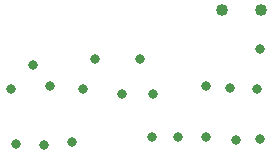
<source format=gbr>
G04 ===== Begin FILE IDENTIFICATION =====*
G04 File Format:  Gerber RS274X*
G04 ===== End FILE IDENTIFICATION =====*
%FSLAX24Y24*%
%MOMM*%
%SFA1.0000B1.0000*%
%OFA0.0B0.0*%
%ADD14C,0.800000*%
%ADD15C,1.016000*%
%LNhole*%
%IPPOS*%
%LPD*%
G75*
D14*
X79760Y190750D03*
X107950Y240030D03*
X75440Y237490D03*
X102870Y190500D03*
X127000Y193040D03*
X169420Y233680D03*
X135890Y237490D03*
X93470Y257560D03*
X146050Y262890D03*
X240030Y240030D03*
X265430Y194310D03*
D15*
X254000Y304800D03*
X287020D03*
D14*
X195830Y233680D03*
X194310Y197100D03*
X216410Y197360D03*
X285750Y271780D03*
Y195580D03*
X260350Y238760D03*
X283210Y237490D03*
X240030Y196850D03*
X184150Y262890D03*
M02*


</source>
